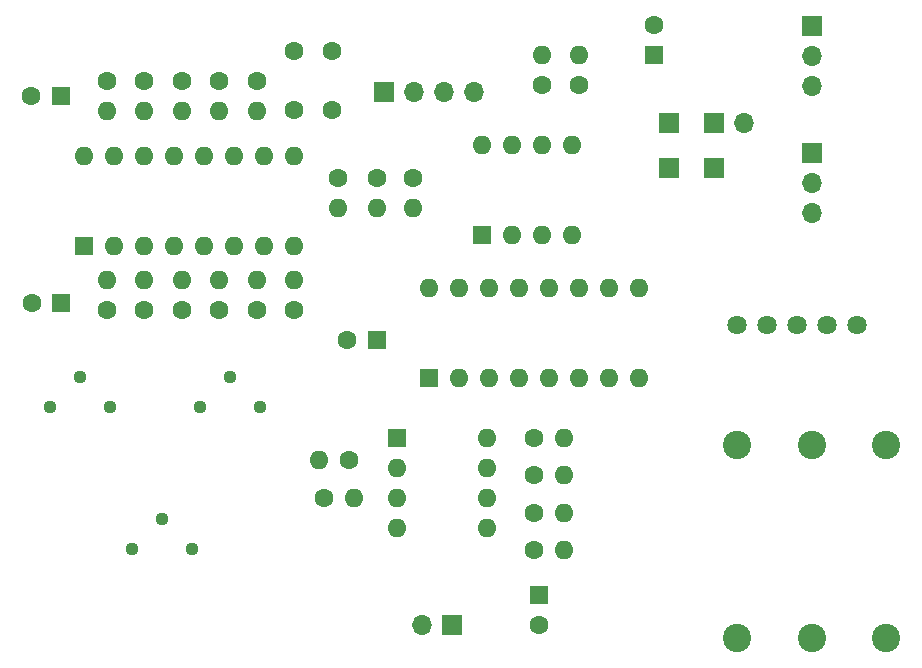
<source format=gbs>
G04 #@! TF.GenerationSoftware,KiCad,Pcbnew,8.0.8*
G04 #@! TF.CreationDate,2025-02-24T17:06:16+09:00*
G04 #@! TF.ProjectId,LM13700_Overdrive,4c4d3133-3730-4305-9f4f-766572647269,rev?*
G04 #@! TF.SameCoordinates,Original*
G04 #@! TF.FileFunction,Soldermask,Bot*
G04 #@! TF.FilePolarity,Negative*
%FSLAX46Y46*%
G04 Gerber Fmt 4.6, Leading zero omitted, Abs format (unit mm)*
G04 Created by KiCad (PCBNEW 8.0.8) date 2025-02-24 17:06:16*
%MOMM*%
%LPD*%
G01*
G04 APERTURE LIST*
%ADD10R,1.600000X1.600000*%
%ADD11O,1.600000X1.600000*%
%ADD12C,1.635000*%
%ADD13C,1.120000*%
%ADD14C,1.600000*%
%ADD15R,1.700000X1.700000*%
%ADD16O,1.700000X1.700000*%
%ADD17C,2.400000*%
G04 APERTURE END LIST*
D10*
X130185000Y-52695000D03*
D11*
X132725000Y-52695000D03*
X135265000Y-52695000D03*
X137805000Y-52695000D03*
X137805000Y-45075000D03*
X135265000Y-45075000D03*
X132725000Y-45075000D03*
X130185000Y-45075000D03*
D10*
X122975000Y-69860000D03*
D11*
X122975000Y-72400000D03*
X122975000Y-74940000D03*
X122975000Y-77480000D03*
X130595000Y-77480000D03*
X130595000Y-74940000D03*
X130595000Y-72400000D03*
X130595000Y-69860000D03*
D12*
X154305000Y-60325000D03*
X156845000Y-60325000D03*
X159385000Y-60325000D03*
X151765000Y-60325000D03*
X161925000Y-60325000D03*
D13*
X106284500Y-67200000D03*
X108824500Y-64660000D03*
X111364500Y-67200000D03*
X100569500Y-79265000D03*
X103109500Y-76725000D03*
X105649500Y-79265000D03*
X93584500Y-67200000D03*
X96124500Y-64660000D03*
X98664500Y-67200000D03*
D10*
X125730000Y-64770000D03*
D11*
X128270000Y-64770000D03*
X130810000Y-64770000D03*
X133350000Y-64770000D03*
X135890000Y-64770000D03*
X138430000Y-64770000D03*
X140970000Y-64770000D03*
X143510000Y-64770000D03*
X143510000Y-57150000D03*
X140970000Y-57150000D03*
X138430000Y-57150000D03*
X135890000Y-57150000D03*
X133350000Y-57150000D03*
X130810000Y-57150000D03*
X128270000Y-57150000D03*
X125730000Y-57150000D03*
D10*
X96520000Y-53565000D03*
D11*
X99060000Y-53565000D03*
X101600000Y-53565000D03*
X104140000Y-53565000D03*
X106680000Y-53565000D03*
X109220000Y-53565000D03*
X111760000Y-53565000D03*
X114300000Y-53565000D03*
X114300000Y-45945000D03*
X111760000Y-45945000D03*
X109220000Y-45945000D03*
X106680000Y-45945000D03*
X104140000Y-45945000D03*
X101600000Y-45945000D03*
X99060000Y-45945000D03*
X96520000Y-45945000D03*
D14*
X138430000Y-40005000D03*
D11*
X138430000Y-37465000D03*
D14*
X135255000Y-40005000D03*
D11*
X135255000Y-37465000D03*
D14*
X134620000Y-79375000D03*
D11*
X137160000Y-79375000D03*
D14*
X134620000Y-69850000D03*
D11*
X137160000Y-69850000D03*
D14*
X134620000Y-76200000D03*
D11*
X137160000Y-76200000D03*
D14*
X134620000Y-73025000D03*
D11*
X137160000Y-73025000D03*
D14*
X116840000Y-74930000D03*
D11*
X119380000Y-74930000D03*
D14*
X118930000Y-71755000D03*
D11*
X116390000Y-71755000D03*
X111125000Y-56515000D03*
D14*
X111125000Y-59055000D03*
D11*
X114300000Y-56515000D03*
D14*
X114300000Y-59055000D03*
D11*
X107950000Y-56515000D03*
D14*
X107950000Y-59055000D03*
D11*
X98425000Y-56515000D03*
D14*
X98425000Y-59055000D03*
D11*
X101600000Y-56515000D03*
D14*
X101600000Y-59055000D03*
D11*
X104775000Y-56515000D03*
D14*
X104775000Y-59055000D03*
X121285000Y-47850000D03*
D11*
X121285000Y-50390000D03*
D14*
X118045100Y-47850000D03*
D11*
X118045100Y-50390000D03*
D14*
X124395100Y-47850000D03*
D11*
X124395100Y-50390000D03*
D14*
X101600000Y-39595000D03*
D11*
X101600000Y-42135000D03*
D14*
X104775000Y-39595000D03*
D11*
X104775000Y-42135000D03*
D14*
X107950000Y-39595000D03*
D11*
X107950000Y-42135000D03*
D14*
X111125000Y-39595000D03*
D11*
X111125000Y-42135000D03*
D14*
X98425000Y-39595000D03*
D11*
X98425000Y-42135000D03*
D15*
X146050000Y-46990000D03*
X146050000Y-43180000D03*
X127635000Y-85725000D03*
D16*
X125095000Y-85725000D03*
D17*
X158115000Y-86785000D03*
X164415000Y-86785000D03*
X151815000Y-86785000D03*
X158115000Y-70485000D03*
X164415000Y-70485000D03*
X151815000Y-70485000D03*
D15*
X149860000Y-43180000D03*
D16*
X152400000Y-43180000D03*
D15*
X158145000Y-34940000D03*
D16*
X158145000Y-37480000D03*
X158145000Y-40020000D03*
D15*
X149865000Y-46990000D03*
X158145000Y-45720000D03*
D16*
X158145000Y-48260000D03*
X158145000Y-50800000D03*
D15*
X121930000Y-40570000D03*
D16*
X124470000Y-40570000D03*
X127010000Y-40570000D03*
X129550000Y-40570000D03*
D10*
X144785000Y-37425000D03*
D14*
X144785000Y-34925000D03*
D10*
X135030000Y-83185000D03*
D14*
X135030000Y-85685000D03*
D10*
X121285000Y-61595000D03*
D14*
X118785000Y-61595000D03*
D10*
X94575000Y-58420000D03*
D14*
X92075000Y-58420000D03*
D10*
X94550100Y-40865000D03*
D14*
X92050100Y-40865000D03*
X114300000Y-37095000D03*
X114300000Y-42095000D03*
X117475000Y-37055000D03*
X117475000Y-42055000D03*
M02*

</source>
